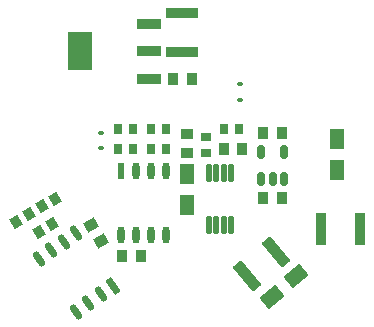
<source format=gbp>
G04*
G04 #@! TF.GenerationSoftware,Altium Limited,Altium Designer,25.1.2 (22)*
G04*
G04 Layer_Color=128*
%FSLAX44Y44*%
%MOMM*%
G71*
G04*
G04 #@! TF.SameCoordinates,7166223C-B6ED-409E-8759-D5DD53971EAE*
G04*
G04*
G04 #@! TF.FilePolarity,Positive*
G04*
G01*
G75*
%ADD16R,0.8000X0.9500*%
%ADD20R,1.0500X0.9000*%
G04:AMPARAMS|DCode=23|XSize=1.05mm|YSize=0.9mm|CornerRadius=0mm|HoleSize=0mm|Usage=FLASHONLY|Rotation=210.000|XOffset=0mm|YOffset=0mm|HoleType=Round|Shape=Rectangle|*
%AMROTATEDRECTD23*
4,1,4,0.2297,0.6522,0.6797,-0.1272,-0.2297,-0.6522,-0.6797,0.1272,0.2297,0.6522,0.0*
%
%ADD23ROTATEDRECTD23*%

%ADD24R,0.9000X1.0500*%
%ADD30O,0.5000X0.4000*%
G04:AMPARAMS|DCode=31|XSize=0.95mm|YSize=0.8mm|CornerRadius=0mm|HoleSize=0mm|Usage=FLASHONLY|Rotation=120.000|XOffset=0mm|YOffset=0mm|HoleType=Round|Shape=Rectangle|*
%AMROTATEDRECTD31*
4,1,4,0.5839,-0.2114,-0.1089,-0.6114,-0.5839,0.2114,0.1089,0.6114,0.5839,-0.2114,0.0*
%
%ADD31ROTATEDRECTD31*%

G04:AMPARAMS|DCode=74|XSize=1.4986mm|YSize=0.4318mm|CornerRadius=0.108mm|HoleSize=0mm|Usage=FLASHONLY|Rotation=270.000|XOffset=0mm|YOffset=0mm|HoleType=Round|Shape=RoundedRectangle|*
%AMROUNDEDRECTD74*
21,1,1.4986,0.2159,0,0,270.0*
21,1,1.2827,0.4318,0,0,270.0*
1,1,0.2159,-0.1080,-0.6414*
1,1,0.2159,-0.1080,0.6414*
1,1,0.2159,0.1080,0.6414*
1,1,0.2159,0.1080,-0.6414*
%
%ADD74ROUNDEDRECTD74*%
G04:AMPARAMS|DCode=75|XSize=0.6mm|YSize=1.45mm|CornerRadius=0mm|HoleSize=0mm|Usage=FLASHONLY|Rotation=35.000|XOffset=0mm|YOffset=0mm|HoleType=Round|Shape=Round|*
%AMOVALD75*
21,1,0.8500,0.6000,0.0000,0.0000,125.0*
1,1,0.6000,0.2438,-0.3481*
1,1,0.6000,-0.2438,0.3481*
%
%ADD75OVALD75*%

%ADD76R,1.2500X1.7500*%
%ADD77R,0.9542X2.7062*%
G04:AMPARAMS|DCode=78|XSize=0.9542mm|YSize=2.7062mm|CornerRadius=0mm|HoleSize=0mm|Usage=FLASHONLY|Rotation=220.000|XOffset=0mm|YOffset=0mm|HoleType=Round|Shape=Rectangle|*
%AMROTATEDRECTD78*
4,1,4,-0.5043,1.3432,1.2352,-0.7299,0.5043,-1.3432,-1.2352,0.7299,-0.5043,1.3432,0.0*
%
%ADD78ROTATEDRECTD78*%

G04:AMPARAMS|DCode=79|XSize=1.25mm|YSize=1.75mm|CornerRadius=0mm|HoleSize=0mm|Usage=FLASHONLY|Rotation=310.000|XOffset=0mm|YOffset=0mm|HoleType=Round|Shape=Rectangle|*
%AMROTATEDRECTD79*
4,1,4,-1.0720,-0.0837,0.2686,1.0412,1.0720,0.0837,-0.2686,-1.0412,-1.0720,-0.0837,0.0*
%
%ADD79ROTATEDRECTD79*%

G04:AMPARAMS|DCode=80|XSize=0.6mm|YSize=1.2mm|CornerRadius=0.15mm|HoleSize=0mm|Usage=FLASHONLY|Rotation=180.000|XOffset=0mm|YOffset=0mm|HoleType=Round|Shape=RoundedRectangle|*
%AMROUNDEDRECTD80*
21,1,0.6000,0.9000,0,0,180.0*
21,1,0.3000,1.2000,0,0,180.0*
1,1,0.3000,-0.1500,0.4500*
1,1,0.3000,0.1500,0.4500*
1,1,0.3000,0.1500,-0.4500*
1,1,0.3000,-0.1500,-0.4500*
%
%ADD80ROUNDEDRECTD80*%
%ADD81R,2.7062X0.9542*%
%ADD82R,2.1500X0.9000*%
%ADD83O,0.6000X1.4500*%
%ADD84R,0.9700X0.6700*%
%ADD85R,0.6000X1.4500*%
G04:AMPARAMS|DCode=86|XSize=0.6mm|YSize=1.45mm|CornerRadius=0mm|HoleSize=0mm|Usage=FLASHONLY|Rotation=35.000|XOffset=0mm|YOffset=0mm|HoleType=Round|Shape=Rectangle|*
%AMROTATEDRECTD86*
4,1,4,0.1701,-0.7660,-0.6616,0.4218,-0.1701,0.7660,0.6616,-0.4218,0.1701,-0.7660,0.0*
%
%ADD86ROTATEDRECTD86*%

%ADD87R,2.1500X3.2500*%
D16*
X156500Y218000D02*
D03*
X156500Y201000D02*
D03*
X205500Y218000D02*
D03*
X143500Y201000D02*
D03*
X115500D02*
D03*
X218500Y218000D02*
D03*
X115500D02*
D03*
X143500D02*
D03*
X128500D02*
D03*
Y201000D02*
D03*
D20*
X174000Y214000D02*
D03*
Y198000D02*
D03*
D23*
X101000Y123072D02*
D03*
X93000Y136928D02*
D03*
D24*
X254500Y215000D02*
D03*
X254500Y160000D02*
D03*
X221000Y201000D02*
D03*
X178000Y261000D02*
D03*
X135000Y111000D02*
D03*
X238500Y160000D02*
D03*
X205000Y201000D02*
D03*
X119000Y111000D02*
D03*
X162000Y261000D02*
D03*
X238500Y215000D02*
D03*
D30*
X101000Y202000D02*
D03*
Y215000D02*
D03*
X219000Y243000D02*
D03*
Y256000D02*
D03*
D31*
X62629Y159250D02*
D03*
X29121Y139750D02*
D03*
X51371Y152750D02*
D03*
X60000Y138000D02*
D03*
X40379Y146250D02*
D03*
X48742Y131500D02*
D03*
D74*
X192348Y137156D02*
D03*
X205217Y180844D02*
D03*
X198783D02*
D03*
X211652D02*
D03*
X205217Y137156D02*
D03*
X192348Y180844D02*
D03*
X211652Y137156D02*
D03*
X198783D02*
D03*
D75*
X48765Y108395D02*
D03*
X59169Y115680D02*
D03*
X69572Y122964D02*
D03*
X79975Y130249D02*
D03*
X80025Y63752D02*
D03*
X90428Y71036D02*
D03*
X100832Y78320D02*
D03*
D76*
X301000Y183750D02*
D03*
X174000Y153750D02*
D03*
Y180250D02*
D03*
X301000Y210250D02*
D03*
D77*
X287750Y134000D02*
D03*
X320250D02*
D03*
D78*
X249448Y114445D02*
D03*
X224552Y93555D02*
D03*
D79*
X266150Y93517D02*
D03*
X245850Y76483D02*
D03*
D80*
X246500Y176000D02*
D03*
X237000D02*
D03*
X256000Y199000D02*
D03*
Y176000D02*
D03*
X237000Y199000D02*
D03*
D81*
X170000Y316250D02*
D03*
Y283750D02*
D03*
D82*
X142250Y307000D02*
D03*
Y284000D02*
D03*
Y261000D02*
D03*
D83*
X156100Y183000D02*
D03*
X143400D02*
D03*
X118000Y128500D02*
D03*
X130700Y183000D02*
D03*
Y128500D02*
D03*
X143400D02*
D03*
X156100D02*
D03*
D84*
X190000Y198050D02*
D03*
Y211950D02*
D03*
D85*
X118000Y183000D02*
D03*
D86*
X111235Y85605D02*
D03*
D87*
X83750Y284000D02*
D03*
M02*

</source>
